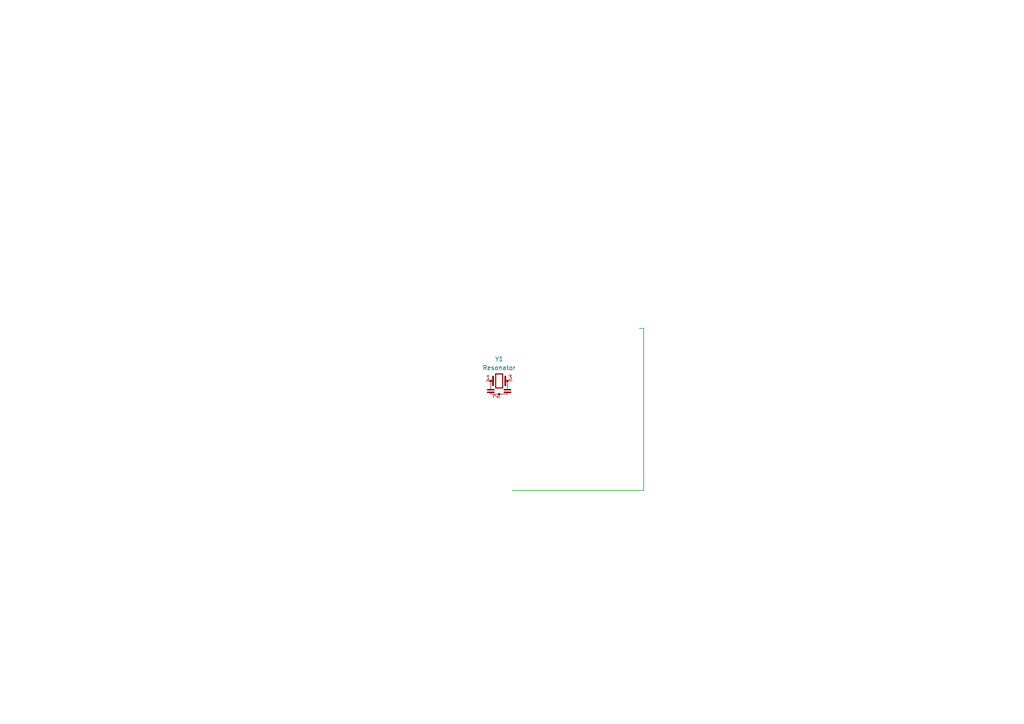
<source format=kicad_sch>
(kicad_sch (version 20230121) (generator eeschema)
  (paper "A4")
  (lib_symbols
    (symbol "Device:Resonator" (pin_names (offset 1.016) hide)
      (property "Reference" "Y" (at 0 5.715 0))
      (property "Value" "Resonator" (at 0 3.81 0))
      (symbol "Resonator_0_1"
        (rectangle (start -3.429 -3.175) (end -1.397 -3.429) (fill (type outline)))
        (rectangle (start -3.429 -2.413) (end -1.397 -2.667) (fill (type outline)))
        (circle (center -2.413 0) (radius 0.254) (fill (type outline)))
        (rectangle (start -1.016 2.032) (end 1.016 -2.032) (stroke (width 0.3048)))
        (circle (center 0 -3.81) (radius 0.254) (fill (type outline)))
        (polyline (pts (xy -2.413 -2.413) (xy -2.413 0)))
        (polyline (pts (xy -1.905 0) (xy -3.175 0)))
        (polyline (pts (xy -1.778 -1.27) (xy -1.778 1.27)) (stroke (width 0.508)))
        (polyline (pts (xy 1.778 -1.27) (xy 1.778 1.27)) (stroke (width 0.508)))
        (polyline (pts (xy 1.905 0) (xy 2.54 0)))
        (polyline (pts (xy 2.413 0) (xy 2.413 -2.54)))
        (polyline (pts (xy 2.413 -3.302) (xy 2.413 -3.81) (xy -2.413 -3.81) (xy -2.413 -3.302)))
        (rectangle (start 1.397 -3.175) (end 3.429 -3.429) (fill (type outline)))
        (rectangle (start 1.397 -2.413) (end 3.429 -2.667) (fill (type outline)))
        (circle (center 2.413 0) (radius 0.254) (fill (type outline)))
      )
      (symbol "Resonator_1_1"
        (pin passive line (at -3.81 0 0) (length 1.27) (name "1") (number "1"))
        (pin passive line (at 0 -5.08 90) (length 1.27) (name "2") (number "2"))
        (pin passive line (at 3.81 0 180) (length 1.27) (name "3") (number "3"))
      )
    )
  )
  (wire (pts (xy 185.42 95.25) (xy 186.69 95.25)))
  (wire (pts (xy 186.69 95.25) (xy 186.69 142.24)))
  (wire (pts (xy 148.59 142.24) (xy 186.69 142.24)))
  (symbol (lib_id "Device:Resonator") (at 144.78 110.49 0) (unit 1)
    (property "Reference" "Y1" (at 144.78 104.14 0))
    (property "Value" "Resonator" (at 144.78 106.68 0))
  )
)
</source>
